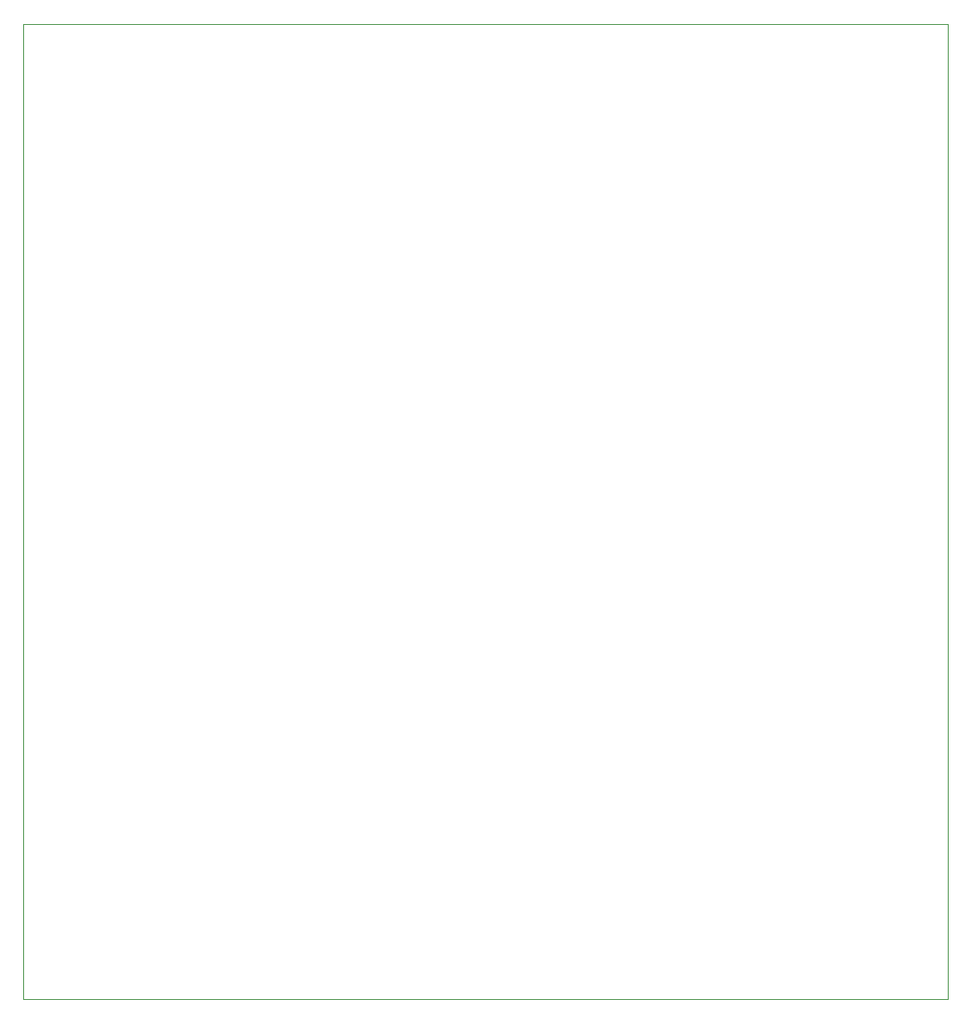
<source format=gbr>
G04 #@! TF.GenerationSoftware,KiCad,Pcbnew,(5.1.9)-1*
G04 #@! TF.CreationDate,2021-01-27T23:54:18-05:00*
G04 #@! TF.ProjectId,Multi_Expansion,4d756c74-695f-4457-9870-616e73696f6e,v2*
G04 #@! TF.SameCoordinates,Original*
G04 #@! TF.FileFunction,Profile,NP*
%FSLAX46Y46*%
G04 Gerber Fmt 4.6, Leading zero omitted, Abs format (unit mm)*
G04 Created by KiCad (PCBNEW (5.1.9)-1) date 2021-01-27 23:54:18*
%MOMM*%
%LPD*%
G01*
G04 APERTURE LIST*
G04 #@! TA.AperFunction,Profile*
%ADD10C,0.050000*%
G04 #@! TD*
G04 APERTURE END LIST*
D10*
X158701000Y-57657800D02*
X67651000Y-57657800D01*
X158701000Y-153669800D02*
X158701000Y-57657800D01*
X158701000Y-153669800D02*
X67651000Y-153669800D01*
X67651000Y-57657800D02*
X67651000Y-153669800D01*
M02*

</source>
